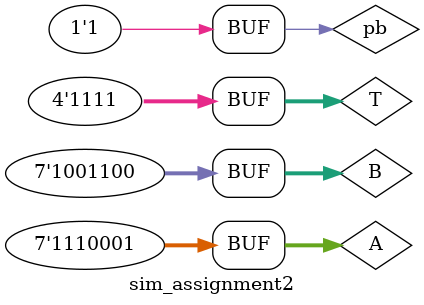
<source format=v>
`timescale 1ns / 1ps


module sim_assignment2(

    );
    // inputs (register)
    reg [6:0] A, B;
    reg pb;                 // BTNL
    
    // outputs (wire)
    wire [3:0] AN; 
    wire [2:0] SEG; 
    wire [6:0] S;           // Sum
    wire [3:0] T;
    
    assign T[0] = pb;
    assign T[1] = pb;
    assign T[2] = pb;
    assign T[3] = pb;
    
    // call main module
    assignment2 sim_as2(.A(A[6:0]), .B(B[6:0]), .BTNL(pb), .AN(AN[3:0]), .SEG(SEG[2:0]), .T(T[3:0]), .S(S[6:0]));
    
    // start the simulation - listing simulation paramaters
    initial
    begin
        // pb OFF
        A[6:0] = 7'b0010001; B[6:0] = 7'b0000001; pb = 0; #25;
        A[6:0] = 7'b0001010; B[6:0] = 7'b0000001; pb = 0; #25;
        A[6:0] = 7'b0100110; B[6:0] = 7'b0001111; pb = 0; #25;
        
        // pb ON
        A[6:0] = 7'b0000001; B[6:0] = 7'b0000101; pb = 1; #25;
        A[6:0] = 7'b0001011; B[6:0] = 7'b0110001; pb = 1; #25;
        A[6:0] = 7'b1110001; B[6:0] = 7'b1001100; pb = 1; #25;
    end
endmodule

</source>
